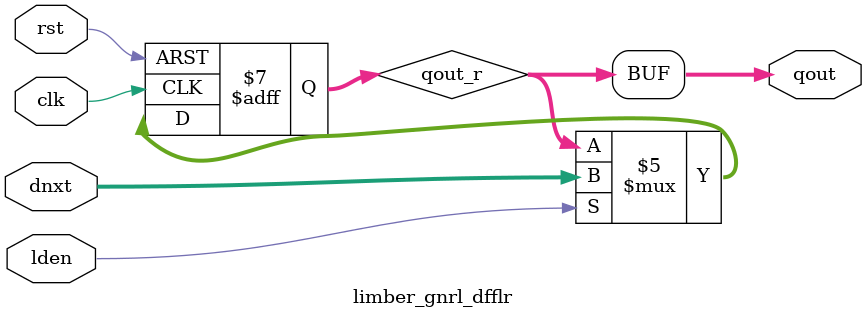
<source format=v>
`timescale 1ns / 1ps

module limber_gnrl_dfflr # (
    parameter DW = 8
) (
    input               clk,
    input               rst,
    input               lden, 
    input   [DW-1:0]    dnxt,
    output  [DW-1:0]    qout
);

    reg [DW-1:0] qout_r = {DW{1'b0}};

    always @(posedge clk or posedge rst)
    begin : DFFLR_PROC
        if (rst == 1'b1)
            qout_r <= {DW{1'b0}};
        else if (lden == 1'b1)
            qout_r <= #1 dnxt;
    end

    assign qout = qout_r;

endmodule
</source>
